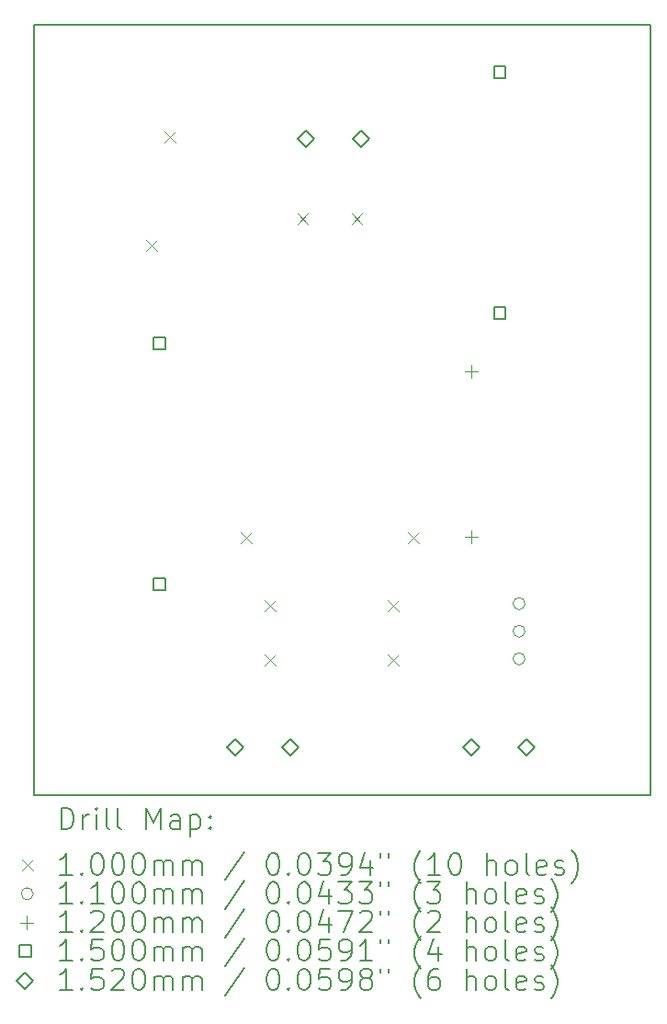
<source format=gbr>
%FSLAX45Y45*%
G04 Gerber Fmt 4.5, Leading zero omitted, Abs format (unit mm)*
G04 Created by KiCad (PCBNEW 6.0.5-a6ca702e91~116~ubuntu20.04.1) date 2022-05-18 21:19:01*
%MOMM*%
%LPD*%
G01*
G04 APERTURE LIST*
%TA.AperFunction,Profile*%
%ADD10C,0.150000*%
%TD*%
%ADD11C,0.200000*%
%ADD12C,0.100000*%
%ADD13C,0.110000*%
%ADD14C,0.120000*%
%ADD15C,0.150000*%
%ADD16C,0.152000*%
G04 APERTURE END LIST*
D10*
X9320000Y-14041000D02*
X9320000Y-6950000D01*
X15000000Y-14041000D02*
X9320000Y-14041000D01*
X9320000Y-6950000D02*
X15000000Y-6950000D01*
X15000000Y-6950000D02*
X15000000Y-14041000D01*
D11*
D12*
X10355000Y-8933000D02*
X10455000Y-9033000D01*
X10455000Y-8933000D02*
X10355000Y-9033000D01*
X10525000Y-7933000D02*
X10625000Y-8033000D01*
X10625000Y-7933000D02*
X10525000Y-8033000D01*
X11225500Y-11625500D02*
X11325500Y-11725500D01*
X11325500Y-11625500D02*
X11225500Y-11725500D01*
X11448000Y-12248000D02*
X11548000Y-12348000D01*
X11548000Y-12248000D02*
X11448000Y-12348000D01*
X11448000Y-12748000D02*
X11548000Y-12848000D01*
X11548000Y-12748000D02*
X11448000Y-12848000D01*
X11745500Y-8685500D02*
X11845500Y-8785500D01*
X11845500Y-8685500D02*
X11745500Y-8785500D01*
X12245500Y-8685500D02*
X12345500Y-8785500D01*
X12345500Y-8685500D02*
X12245500Y-8785500D01*
X12580000Y-12248000D02*
X12680000Y-12348000D01*
X12680000Y-12248000D02*
X12580000Y-12348000D01*
X12580000Y-12748000D02*
X12680000Y-12848000D01*
X12680000Y-12748000D02*
X12580000Y-12848000D01*
X12765500Y-11625500D02*
X12865500Y-11725500D01*
X12865500Y-11625500D02*
X12765500Y-11725500D01*
D13*
X13845000Y-12280000D02*
G75*
G03*
X13845000Y-12280000I-55000J0D01*
G01*
X13845000Y-12534000D02*
G75*
G03*
X13845000Y-12534000I-55000J0D01*
G01*
X13845000Y-12788000D02*
G75*
G03*
X13845000Y-12788000I-55000J0D01*
G01*
D14*
X13350000Y-10078000D02*
X13350000Y-10198000D01*
X13290000Y-10138000D02*
X13410000Y-10138000D01*
X13350000Y-11602000D02*
X13350000Y-11722000D01*
X13290000Y-11662000D02*
X13410000Y-11662000D01*
D15*
X10530034Y-9934894D02*
X10530034Y-9828827D01*
X10423967Y-9828827D01*
X10423967Y-9934894D01*
X10530034Y-9934894D01*
X10530034Y-12154853D02*
X10530034Y-12048786D01*
X10423967Y-12048786D01*
X10423967Y-12154853D01*
X10530034Y-12154853D01*
X13667033Y-7437213D02*
X13667033Y-7331146D01*
X13560966Y-7331146D01*
X13560966Y-7437213D01*
X13667033Y-7437213D01*
X13667033Y-9657174D02*
X13667033Y-9551107D01*
X13560966Y-9551107D01*
X13560966Y-9657174D01*
X13667033Y-9657174D01*
D16*
X11176000Y-13676000D02*
X11252000Y-13600000D01*
X11176000Y-13524000D01*
X11100000Y-13600000D01*
X11176000Y-13676000D01*
X11684000Y-13676000D02*
X11760000Y-13600000D01*
X11684000Y-13524000D01*
X11608000Y-13600000D01*
X11684000Y-13676000D01*
X11823000Y-8073000D02*
X11899000Y-7997000D01*
X11823000Y-7921000D01*
X11747000Y-7997000D01*
X11823000Y-8073000D01*
X12331000Y-8073000D02*
X12407000Y-7997000D01*
X12331000Y-7921000D01*
X12255000Y-7997000D01*
X12331000Y-8073000D01*
X13352000Y-13676000D02*
X13428000Y-13600000D01*
X13352000Y-13524000D01*
X13276000Y-13600000D01*
X13352000Y-13676000D01*
X13860000Y-13676000D02*
X13936000Y-13600000D01*
X13860000Y-13524000D01*
X13784000Y-13600000D01*
X13860000Y-13676000D01*
D11*
X9570119Y-14358976D02*
X9570119Y-14158976D01*
X9617738Y-14158976D01*
X9646310Y-14168500D01*
X9665357Y-14187548D01*
X9674881Y-14206595D01*
X9684405Y-14244690D01*
X9684405Y-14273262D01*
X9674881Y-14311357D01*
X9665357Y-14330405D01*
X9646310Y-14349452D01*
X9617738Y-14358976D01*
X9570119Y-14358976D01*
X9770119Y-14358976D02*
X9770119Y-14225643D01*
X9770119Y-14263738D02*
X9779643Y-14244690D01*
X9789167Y-14235167D01*
X9808214Y-14225643D01*
X9827262Y-14225643D01*
X9893929Y-14358976D02*
X9893929Y-14225643D01*
X9893929Y-14158976D02*
X9884405Y-14168500D01*
X9893929Y-14178024D01*
X9903452Y-14168500D01*
X9893929Y-14158976D01*
X9893929Y-14178024D01*
X10017738Y-14358976D02*
X9998690Y-14349452D01*
X9989167Y-14330405D01*
X9989167Y-14158976D01*
X10122500Y-14358976D02*
X10103452Y-14349452D01*
X10093929Y-14330405D01*
X10093929Y-14158976D01*
X10351071Y-14358976D02*
X10351071Y-14158976D01*
X10417738Y-14301833D01*
X10484405Y-14158976D01*
X10484405Y-14358976D01*
X10665357Y-14358976D02*
X10665357Y-14254214D01*
X10655833Y-14235167D01*
X10636786Y-14225643D01*
X10598690Y-14225643D01*
X10579643Y-14235167D01*
X10665357Y-14349452D02*
X10646310Y-14358976D01*
X10598690Y-14358976D01*
X10579643Y-14349452D01*
X10570119Y-14330405D01*
X10570119Y-14311357D01*
X10579643Y-14292309D01*
X10598690Y-14282786D01*
X10646310Y-14282786D01*
X10665357Y-14273262D01*
X10760595Y-14225643D02*
X10760595Y-14425643D01*
X10760595Y-14235167D02*
X10779643Y-14225643D01*
X10817738Y-14225643D01*
X10836786Y-14235167D01*
X10846310Y-14244690D01*
X10855833Y-14263738D01*
X10855833Y-14320881D01*
X10846310Y-14339928D01*
X10836786Y-14349452D01*
X10817738Y-14358976D01*
X10779643Y-14358976D01*
X10760595Y-14349452D01*
X10941548Y-14339928D02*
X10951071Y-14349452D01*
X10941548Y-14358976D01*
X10932024Y-14349452D01*
X10941548Y-14339928D01*
X10941548Y-14358976D01*
X10941548Y-14235167D02*
X10951071Y-14244690D01*
X10941548Y-14254214D01*
X10932024Y-14244690D01*
X10941548Y-14235167D01*
X10941548Y-14254214D01*
D12*
X9212500Y-14638500D02*
X9312500Y-14738500D01*
X9312500Y-14638500D02*
X9212500Y-14738500D01*
D11*
X9674881Y-14778976D02*
X9560595Y-14778976D01*
X9617738Y-14778976D02*
X9617738Y-14578976D01*
X9598690Y-14607548D01*
X9579643Y-14626595D01*
X9560595Y-14636119D01*
X9760595Y-14759928D02*
X9770119Y-14769452D01*
X9760595Y-14778976D01*
X9751071Y-14769452D01*
X9760595Y-14759928D01*
X9760595Y-14778976D01*
X9893929Y-14578976D02*
X9912976Y-14578976D01*
X9932024Y-14588500D01*
X9941548Y-14598024D01*
X9951071Y-14617071D01*
X9960595Y-14655167D01*
X9960595Y-14702786D01*
X9951071Y-14740881D01*
X9941548Y-14759928D01*
X9932024Y-14769452D01*
X9912976Y-14778976D01*
X9893929Y-14778976D01*
X9874881Y-14769452D01*
X9865357Y-14759928D01*
X9855833Y-14740881D01*
X9846310Y-14702786D01*
X9846310Y-14655167D01*
X9855833Y-14617071D01*
X9865357Y-14598024D01*
X9874881Y-14588500D01*
X9893929Y-14578976D01*
X10084405Y-14578976D02*
X10103452Y-14578976D01*
X10122500Y-14588500D01*
X10132024Y-14598024D01*
X10141548Y-14617071D01*
X10151071Y-14655167D01*
X10151071Y-14702786D01*
X10141548Y-14740881D01*
X10132024Y-14759928D01*
X10122500Y-14769452D01*
X10103452Y-14778976D01*
X10084405Y-14778976D01*
X10065357Y-14769452D01*
X10055833Y-14759928D01*
X10046310Y-14740881D01*
X10036786Y-14702786D01*
X10036786Y-14655167D01*
X10046310Y-14617071D01*
X10055833Y-14598024D01*
X10065357Y-14588500D01*
X10084405Y-14578976D01*
X10274881Y-14578976D02*
X10293929Y-14578976D01*
X10312976Y-14588500D01*
X10322500Y-14598024D01*
X10332024Y-14617071D01*
X10341548Y-14655167D01*
X10341548Y-14702786D01*
X10332024Y-14740881D01*
X10322500Y-14759928D01*
X10312976Y-14769452D01*
X10293929Y-14778976D01*
X10274881Y-14778976D01*
X10255833Y-14769452D01*
X10246310Y-14759928D01*
X10236786Y-14740881D01*
X10227262Y-14702786D01*
X10227262Y-14655167D01*
X10236786Y-14617071D01*
X10246310Y-14598024D01*
X10255833Y-14588500D01*
X10274881Y-14578976D01*
X10427262Y-14778976D02*
X10427262Y-14645643D01*
X10427262Y-14664690D02*
X10436786Y-14655167D01*
X10455833Y-14645643D01*
X10484405Y-14645643D01*
X10503452Y-14655167D01*
X10512976Y-14674214D01*
X10512976Y-14778976D01*
X10512976Y-14674214D02*
X10522500Y-14655167D01*
X10541548Y-14645643D01*
X10570119Y-14645643D01*
X10589167Y-14655167D01*
X10598690Y-14674214D01*
X10598690Y-14778976D01*
X10693929Y-14778976D02*
X10693929Y-14645643D01*
X10693929Y-14664690D02*
X10703452Y-14655167D01*
X10722500Y-14645643D01*
X10751071Y-14645643D01*
X10770119Y-14655167D01*
X10779643Y-14674214D01*
X10779643Y-14778976D01*
X10779643Y-14674214D02*
X10789167Y-14655167D01*
X10808214Y-14645643D01*
X10836786Y-14645643D01*
X10855833Y-14655167D01*
X10865357Y-14674214D01*
X10865357Y-14778976D01*
X11255833Y-14569452D02*
X11084405Y-14826595D01*
X11512976Y-14578976D02*
X11532024Y-14578976D01*
X11551071Y-14588500D01*
X11560595Y-14598024D01*
X11570119Y-14617071D01*
X11579643Y-14655167D01*
X11579643Y-14702786D01*
X11570119Y-14740881D01*
X11560595Y-14759928D01*
X11551071Y-14769452D01*
X11532024Y-14778976D01*
X11512976Y-14778976D01*
X11493928Y-14769452D01*
X11484405Y-14759928D01*
X11474881Y-14740881D01*
X11465357Y-14702786D01*
X11465357Y-14655167D01*
X11474881Y-14617071D01*
X11484405Y-14598024D01*
X11493928Y-14588500D01*
X11512976Y-14578976D01*
X11665357Y-14759928D02*
X11674881Y-14769452D01*
X11665357Y-14778976D01*
X11655833Y-14769452D01*
X11665357Y-14759928D01*
X11665357Y-14778976D01*
X11798690Y-14578976D02*
X11817738Y-14578976D01*
X11836786Y-14588500D01*
X11846309Y-14598024D01*
X11855833Y-14617071D01*
X11865357Y-14655167D01*
X11865357Y-14702786D01*
X11855833Y-14740881D01*
X11846309Y-14759928D01*
X11836786Y-14769452D01*
X11817738Y-14778976D01*
X11798690Y-14778976D01*
X11779643Y-14769452D01*
X11770119Y-14759928D01*
X11760595Y-14740881D01*
X11751071Y-14702786D01*
X11751071Y-14655167D01*
X11760595Y-14617071D01*
X11770119Y-14598024D01*
X11779643Y-14588500D01*
X11798690Y-14578976D01*
X11932024Y-14578976D02*
X12055833Y-14578976D01*
X11989167Y-14655167D01*
X12017738Y-14655167D01*
X12036786Y-14664690D01*
X12046309Y-14674214D01*
X12055833Y-14693262D01*
X12055833Y-14740881D01*
X12046309Y-14759928D01*
X12036786Y-14769452D01*
X12017738Y-14778976D01*
X11960595Y-14778976D01*
X11941548Y-14769452D01*
X11932024Y-14759928D01*
X12151071Y-14778976D02*
X12189167Y-14778976D01*
X12208214Y-14769452D01*
X12217738Y-14759928D01*
X12236786Y-14731357D01*
X12246309Y-14693262D01*
X12246309Y-14617071D01*
X12236786Y-14598024D01*
X12227262Y-14588500D01*
X12208214Y-14578976D01*
X12170119Y-14578976D01*
X12151071Y-14588500D01*
X12141548Y-14598024D01*
X12132024Y-14617071D01*
X12132024Y-14664690D01*
X12141548Y-14683738D01*
X12151071Y-14693262D01*
X12170119Y-14702786D01*
X12208214Y-14702786D01*
X12227262Y-14693262D01*
X12236786Y-14683738D01*
X12246309Y-14664690D01*
X12417738Y-14645643D02*
X12417738Y-14778976D01*
X12370119Y-14569452D02*
X12322500Y-14712309D01*
X12446309Y-14712309D01*
X12512976Y-14578976D02*
X12512976Y-14617071D01*
X12589167Y-14578976D02*
X12589167Y-14617071D01*
X12884405Y-14855167D02*
X12874881Y-14845643D01*
X12855833Y-14817071D01*
X12846309Y-14798024D01*
X12836786Y-14769452D01*
X12827262Y-14721833D01*
X12827262Y-14683738D01*
X12836786Y-14636119D01*
X12846309Y-14607548D01*
X12855833Y-14588500D01*
X12874881Y-14559928D01*
X12884405Y-14550405D01*
X13065357Y-14778976D02*
X12951071Y-14778976D01*
X13008214Y-14778976D02*
X13008214Y-14578976D01*
X12989167Y-14607548D01*
X12970119Y-14626595D01*
X12951071Y-14636119D01*
X13189167Y-14578976D02*
X13208214Y-14578976D01*
X13227262Y-14588500D01*
X13236786Y-14598024D01*
X13246309Y-14617071D01*
X13255833Y-14655167D01*
X13255833Y-14702786D01*
X13246309Y-14740881D01*
X13236786Y-14759928D01*
X13227262Y-14769452D01*
X13208214Y-14778976D01*
X13189167Y-14778976D01*
X13170119Y-14769452D01*
X13160595Y-14759928D01*
X13151071Y-14740881D01*
X13141548Y-14702786D01*
X13141548Y-14655167D01*
X13151071Y-14617071D01*
X13160595Y-14598024D01*
X13170119Y-14588500D01*
X13189167Y-14578976D01*
X13493928Y-14778976D02*
X13493928Y-14578976D01*
X13579643Y-14778976D02*
X13579643Y-14674214D01*
X13570119Y-14655167D01*
X13551071Y-14645643D01*
X13522500Y-14645643D01*
X13503452Y-14655167D01*
X13493928Y-14664690D01*
X13703452Y-14778976D02*
X13684405Y-14769452D01*
X13674881Y-14759928D01*
X13665357Y-14740881D01*
X13665357Y-14683738D01*
X13674881Y-14664690D01*
X13684405Y-14655167D01*
X13703452Y-14645643D01*
X13732024Y-14645643D01*
X13751071Y-14655167D01*
X13760595Y-14664690D01*
X13770119Y-14683738D01*
X13770119Y-14740881D01*
X13760595Y-14759928D01*
X13751071Y-14769452D01*
X13732024Y-14778976D01*
X13703452Y-14778976D01*
X13884405Y-14778976D02*
X13865357Y-14769452D01*
X13855833Y-14750405D01*
X13855833Y-14578976D01*
X14036786Y-14769452D02*
X14017738Y-14778976D01*
X13979643Y-14778976D01*
X13960595Y-14769452D01*
X13951071Y-14750405D01*
X13951071Y-14674214D01*
X13960595Y-14655167D01*
X13979643Y-14645643D01*
X14017738Y-14645643D01*
X14036786Y-14655167D01*
X14046309Y-14674214D01*
X14046309Y-14693262D01*
X13951071Y-14712309D01*
X14122500Y-14769452D02*
X14141548Y-14778976D01*
X14179643Y-14778976D01*
X14198690Y-14769452D01*
X14208214Y-14750405D01*
X14208214Y-14740881D01*
X14198690Y-14721833D01*
X14179643Y-14712309D01*
X14151071Y-14712309D01*
X14132024Y-14702786D01*
X14122500Y-14683738D01*
X14122500Y-14674214D01*
X14132024Y-14655167D01*
X14151071Y-14645643D01*
X14179643Y-14645643D01*
X14198690Y-14655167D01*
X14274881Y-14855167D02*
X14284405Y-14845643D01*
X14303452Y-14817071D01*
X14312976Y-14798024D01*
X14322500Y-14769452D01*
X14332024Y-14721833D01*
X14332024Y-14683738D01*
X14322500Y-14636119D01*
X14312976Y-14607548D01*
X14303452Y-14588500D01*
X14284405Y-14559928D01*
X14274881Y-14550405D01*
D13*
X9312500Y-14952500D02*
G75*
G03*
X9312500Y-14952500I-55000J0D01*
G01*
D11*
X9674881Y-15042976D02*
X9560595Y-15042976D01*
X9617738Y-15042976D02*
X9617738Y-14842976D01*
X9598690Y-14871548D01*
X9579643Y-14890595D01*
X9560595Y-14900119D01*
X9760595Y-15023928D02*
X9770119Y-15033452D01*
X9760595Y-15042976D01*
X9751071Y-15033452D01*
X9760595Y-15023928D01*
X9760595Y-15042976D01*
X9960595Y-15042976D02*
X9846310Y-15042976D01*
X9903452Y-15042976D02*
X9903452Y-14842976D01*
X9884405Y-14871548D01*
X9865357Y-14890595D01*
X9846310Y-14900119D01*
X10084405Y-14842976D02*
X10103452Y-14842976D01*
X10122500Y-14852500D01*
X10132024Y-14862024D01*
X10141548Y-14881071D01*
X10151071Y-14919167D01*
X10151071Y-14966786D01*
X10141548Y-15004881D01*
X10132024Y-15023928D01*
X10122500Y-15033452D01*
X10103452Y-15042976D01*
X10084405Y-15042976D01*
X10065357Y-15033452D01*
X10055833Y-15023928D01*
X10046310Y-15004881D01*
X10036786Y-14966786D01*
X10036786Y-14919167D01*
X10046310Y-14881071D01*
X10055833Y-14862024D01*
X10065357Y-14852500D01*
X10084405Y-14842976D01*
X10274881Y-14842976D02*
X10293929Y-14842976D01*
X10312976Y-14852500D01*
X10322500Y-14862024D01*
X10332024Y-14881071D01*
X10341548Y-14919167D01*
X10341548Y-14966786D01*
X10332024Y-15004881D01*
X10322500Y-15023928D01*
X10312976Y-15033452D01*
X10293929Y-15042976D01*
X10274881Y-15042976D01*
X10255833Y-15033452D01*
X10246310Y-15023928D01*
X10236786Y-15004881D01*
X10227262Y-14966786D01*
X10227262Y-14919167D01*
X10236786Y-14881071D01*
X10246310Y-14862024D01*
X10255833Y-14852500D01*
X10274881Y-14842976D01*
X10427262Y-15042976D02*
X10427262Y-14909643D01*
X10427262Y-14928690D02*
X10436786Y-14919167D01*
X10455833Y-14909643D01*
X10484405Y-14909643D01*
X10503452Y-14919167D01*
X10512976Y-14938214D01*
X10512976Y-15042976D01*
X10512976Y-14938214D02*
X10522500Y-14919167D01*
X10541548Y-14909643D01*
X10570119Y-14909643D01*
X10589167Y-14919167D01*
X10598690Y-14938214D01*
X10598690Y-15042976D01*
X10693929Y-15042976D02*
X10693929Y-14909643D01*
X10693929Y-14928690D02*
X10703452Y-14919167D01*
X10722500Y-14909643D01*
X10751071Y-14909643D01*
X10770119Y-14919167D01*
X10779643Y-14938214D01*
X10779643Y-15042976D01*
X10779643Y-14938214D02*
X10789167Y-14919167D01*
X10808214Y-14909643D01*
X10836786Y-14909643D01*
X10855833Y-14919167D01*
X10865357Y-14938214D01*
X10865357Y-15042976D01*
X11255833Y-14833452D02*
X11084405Y-15090595D01*
X11512976Y-14842976D02*
X11532024Y-14842976D01*
X11551071Y-14852500D01*
X11560595Y-14862024D01*
X11570119Y-14881071D01*
X11579643Y-14919167D01*
X11579643Y-14966786D01*
X11570119Y-15004881D01*
X11560595Y-15023928D01*
X11551071Y-15033452D01*
X11532024Y-15042976D01*
X11512976Y-15042976D01*
X11493928Y-15033452D01*
X11484405Y-15023928D01*
X11474881Y-15004881D01*
X11465357Y-14966786D01*
X11465357Y-14919167D01*
X11474881Y-14881071D01*
X11484405Y-14862024D01*
X11493928Y-14852500D01*
X11512976Y-14842976D01*
X11665357Y-15023928D02*
X11674881Y-15033452D01*
X11665357Y-15042976D01*
X11655833Y-15033452D01*
X11665357Y-15023928D01*
X11665357Y-15042976D01*
X11798690Y-14842976D02*
X11817738Y-14842976D01*
X11836786Y-14852500D01*
X11846309Y-14862024D01*
X11855833Y-14881071D01*
X11865357Y-14919167D01*
X11865357Y-14966786D01*
X11855833Y-15004881D01*
X11846309Y-15023928D01*
X11836786Y-15033452D01*
X11817738Y-15042976D01*
X11798690Y-15042976D01*
X11779643Y-15033452D01*
X11770119Y-15023928D01*
X11760595Y-15004881D01*
X11751071Y-14966786D01*
X11751071Y-14919167D01*
X11760595Y-14881071D01*
X11770119Y-14862024D01*
X11779643Y-14852500D01*
X11798690Y-14842976D01*
X12036786Y-14909643D02*
X12036786Y-15042976D01*
X11989167Y-14833452D02*
X11941548Y-14976309D01*
X12065357Y-14976309D01*
X12122500Y-14842976D02*
X12246309Y-14842976D01*
X12179643Y-14919167D01*
X12208214Y-14919167D01*
X12227262Y-14928690D01*
X12236786Y-14938214D01*
X12246309Y-14957262D01*
X12246309Y-15004881D01*
X12236786Y-15023928D01*
X12227262Y-15033452D01*
X12208214Y-15042976D01*
X12151071Y-15042976D01*
X12132024Y-15033452D01*
X12122500Y-15023928D01*
X12312976Y-14842976D02*
X12436786Y-14842976D01*
X12370119Y-14919167D01*
X12398690Y-14919167D01*
X12417738Y-14928690D01*
X12427262Y-14938214D01*
X12436786Y-14957262D01*
X12436786Y-15004881D01*
X12427262Y-15023928D01*
X12417738Y-15033452D01*
X12398690Y-15042976D01*
X12341548Y-15042976D01*
X12322500Y-15033452D01*
X12312976Y-15023928D01*
X12512976Y-14842976D02*
X12512976Y-14881071D01*
X12589167Y-14842976D02*
X12589167Y-14881071D01*
X12884405Y-15119167D02*
X12874881Y-15109643D01*
X12855833Y-15081071D01*
X12846309Y-15062024D01*
X12836786Y-15033452D01*
X12827262Y-14985833D01*
X12827262Y-14947738D01*
X12836786Y-14900119D01*
X12846309Y-14871548D01*
X12855833Y-14852500D01*
X12874881Y-14823928D01*
X12884405Y-14814405D01*
X12941548Y-14842976D02*
X13065357Y-14842976D01*
X12998690Y-14919167D01*
X13027262Y-14919167D01*
X13046309Y-14928690D01*
X13055833Y-14938214D01*
X13065357Y-14957262D01*
X13065357Y-15004881D01*
X13055833Y-15023928D01*
X13046309Y-15033452D01*
X13027262Y-15042976D01*
X12970119Y-15042976D01*
X12951071Y-15033452D01*
X12941548Y-15023928D01*
X13303452Y-15042976D02*
X13303452Y-14842976D01*
X13389167Y-15042976D02*
X13389167Y-14938214D01*
X13379643Y-14919167D01*
X13360595Y-14909643D01*
X13332024Y-14909643D01*
X13312976Y-14919167D01*
X13303452Y-14928690D01*
X13512976Y-15042976D02*
X13493928Y-15033452D01*
X13484405Y-15023928D01*
X13474881Y-15004881D01*
X13474881Y-14947738D01*
X13484405Y-14928690D01*
X13493928Y-14919167D01*
X13512976Y-14909643D01*
X13541548Y-14909643D01*
X13560595Y-14919167D01*
X13570119Y-14928690D01*
X13579643Y-14947738D01*
X13579643Y-15004881D01*
X13570119Y-15023928D01*
X13560595Y-15033452D01*
X13541548Y-15042976D01*
X13512976Y-15042976D01*
X13693928Y-15042976D02*
X13674881Y-15033452D01*
X13665357Y-15014405D01*
X13665357Y-14842976D01*
X13846309Y-15033452D02*
X13827262Y-15042976D01*
X13789167Y-15042976D01*
X13770119Y-15033452D01*
X13760595Y-15014405D01*
X13760595Y-14938214D01*
X13770119Y-14919167D01*
X13789167Y-14909643D01*
X13827262Y-14909643D01*
X13846309Y-14919167D01*
X13855833Y-14938214D01*
X13855833Y-14957262D01*
X13760595Y-14976309D01*
X13932024Y-15033452D02*
X13951071Y-15042976D01*
X13989167Y-15042976D01*
X14008214Y-15033452D01*
X14017738Y-15014405D01*
X14017738Y-15004881D01*
X14008214Y-14985833D01*
X13989167Y-14976309D01*
X13960595Y-14976309D01*
X13941548Y-14966786D01*
X13932024Y-14947738D01*
X13932024Y-14938214D01*
X13941548Y-14919167D01*
X13960595Y-14909643D01*
X13989167Y-14909643D01*
X14008214Y-14919167D01*
X14084405Y-15119167D02*
X14093928Y-15109643D01*
X14112976Y-15081071D01*
X14122500Y-15062024D01*
X14132024Y-15033452D01*
X14141548Y-14985833D01*
X14141548Y-14947738D01*
X14132024Y-14900119D01*
X14122500Y-14871548D01*
X14112976Y-14852500D01*
X14093928Y-14823928D01*
X14084405Y-14814405D01*
D14*
X9252500Y-15156500D02*
X9252500Y-15276500D01*
X9192500Y-15216500D02*
X9312500Y-15216500D01*
D11*
X9674881Y-15306976D02*
X9560595Y-15306976D01*
X9617738Y-15306976D02*
X9617738Y-15106976D01*
X9598690Y-15135548D01*
X9579643Y-15154595D01*
X9560595Y-15164119D01*
X9760595Y-15287928D02*
X9770119Y-15297452D01*
X9760595Y-15306976D01*
X9751071Y-15297452D01*
X9760595Y-15287928D01*
X9760595Y-15306976D01*
X9846310Y-15126024D02*
X9855833Y-15116500D01*
X9874881Y-15106976D01*
X9922500Y-15106976D01*
X9941548Y-15116500D01*
X9951071Y-15126024D01*
X9960595Y-15145071D01*
X9960595Y-15164119D01*
X9951071Y-15192690D01*
X9836786Y-15306976D01*
X9960595Y-15306976D01*
X10084405Y-15106976D02*
X10103452Y-15106976D01*
X10122500Y-15116500D01*
X10132024Y-15126024D01*
X10141548Y-15145071D01*
X10151071Y-15183167D01*
X10151071Y-15230786D01*
X10141548Y-15268881D01*
X10132024Y-15287928D01*
X10122500Y-15297452D01*
X10103452Y-15306976D01*
X10084405Y-15306976D01*
X10065357Y-15297452D01*
X10055833Y-15287928D01*
X10046310Y-15268881D01*
X10036786Y-15230786D01*
X10036786Y-15183167D01*
X10046310Y-15145071D01*
X10055833Y-15126024D01*
X10065357Y-15116500D01*
X10084405Y-15106976D01*
X10274881Y-15106976D02*
X10293929Y-15106976D01*
X10312976Y-15116500D01*
X10322500Y-15126024D01*
X10332024Y-15145071D01*
X10341548Y-15183167D01*
X10341548Y-15230786D01*
X10332024Y-15268881D01*
X10322500Y-15287928D01*
X10312976Y-15297452D01*
X10293929Y-15306976D01*
X10274881Y-15306976D01*
X10255833Y-15297452D01*
X10246310Y-15287928D01*
X10236786Y-15268881D01*
X10227262Y-15230786D01*
X10227262Y-15183167D01*
X10236786Y-15145071D01*
X10246310Y-15126024D01*
X10255833Y-15116500D01*
X10274881Y-15106976D01*
X10427262Y-15306976D02*
X10427262Y-15173643D01*
X10427262Y-15192690D02*
X10436786Y-15183167D01*
X10455833Y-15173643D01*
X10484405Y-15173643D01*
X10503452Y-15183167D01*
X10512976Y-15202214D01*
X10512976Y-15306976D01*
X10512976Y-15202214D02*
X10522500Y-15183167D01*
X10541548Y-15173643D01*
X10570119Y-15173643D01*
X10589167Y-15183167D01*
X10598690Y-15202214D01*
X10598690Y-15306976D01*
X10693929Y-15306976D02*
X10693929Y-15173643D01*
X10693929Y-15192690D02*
X10703452Y-15183167D01*
X10722500Y-15173643D01*
X10751071Y-15173643D01*
X10770119Y-15183167D01*
X10779643Y-15202214D01*
X10779643Y-15306976D01*
X10779643Y-15202214D02*
X10789167Y-15183167D01*
X10808214Y-15173643D01*
X10836786Y-15173643D01*
X10855833Y-15183167D01*
X10865357Y-15202214D01*
X10865357Y-15306976D01*
X11255833Y-15097452D02*
X11084405Y-15354595D01*
X11512976Y-15106976D02*
X11532024Y-15106976D01*
X11551071Y-15116500D01*
X11560595Y-15126024D01*
X11570119Y-15145071D01*
X11579643Y-15183167D01*
X11579643Y-15230786D01*
X11570119Y-15268881D01*
X11560595Y-15287928D01*
X11551071Y-15297452D01*
X11532024Y-15306976D01*
X11512976Y-15306976D01*
X11493928Y-15297452D01*
X11484405Y-15287928D01*
X11474881Y-15268881D01*
X11465357Y-15230786D01*
X11465357Y-15183167D01*
X11474881Y-15145071D01*
X11484405Y-15126024D01*
X11493928Y-15116500D01*
X11512976Y-15106976D01*
X11665357Y-15287928D02*
X11674881Y-15297452D01*
X11665357Y-15306976D01*
X11655833Y-15297452D01*
X11665357Y-15287928D01*
X11665357Y-15306976D01*
X11798690Y-15106976D02*
X11817738Y-15106976D01*
X11836786Y-15116500D01*
X11846309Y-15126024D01*
X11855833Y-15145071D01*
X11865357Y-15183167D01*
X11865357Y-15230786D01*
X11855833Y-15268881D01*
X11846309Y-15287928D01*
X11836786Y-15297452D01*
X11817738Y-15306976D01*
X11798690Y-15306976D01*
X11779643Y-15297452D01*
X11770119Y-15287928D01*
X11760595Y-15268881D01*
X11751071Y-15230786D01*
X11751071Y-15183167D01*
X11760595Y-15145071D01*
X11770119Y-15126024D01*
X11779643Y-15116500D01*
X11798690Y-15106976D01*
X12036786Y-15173643D02*
X12036786Y-15306976D01*
X11989167Y-15097452D02*
X11941548Y-15240309D01*
X12065357Y-15240309D01*
X12122500Y-15106976D02*
X12255833Y-15106976D01*
X12170119Y-15306976D01*
X12322500Y-15126024D02*
X12332024Y-15116500D01*
X12351071Y-15106976D01*
X12398690Y-15106976D01*
X12417738Y-15116500D01*
X12427262Y-15126024D01*
X12436786Y-15145071D01*
X12436786Y-15164119D01*
X12427262Y-15192690D01*
X12312976Y-15306976D01*
X12436786Y-15306976D01*
X12512976Y-15106976D02*
X12512976Y-15145071D01*
X12589167Y-15106976D02*
X12589167Y-15145071D01*
X12884405Y-15383167D02*
X12874881Y-15373643D01*
X12855833Y-15345071D01*
X12846309Y-15326024D01*
X12836786Y-15297452D01*
X12827262Y-15249833D01*
X12827262Y-15211738D01*
X12836786Y-15164119D01*
X12846309Y-15135548D01*
X12855833Y-15116500D01*
X12874881Y-15087928D01*
X12884405Y-15078405D01*
X12951071Y-15126024D02*
X12960595Y-15116500D01*
X12979643Y-15106976D01*
X13027262Y-15106976D01*
X13046309Y-15116500D01*
X13055833Y-15126024D01*
X13065357Y-15145071D01*
X13065357Y-15164119D01*
X13055833Y-15192690D01*
X12941548Y-15306976D01*
X13065357Y-15306976D01*
X13303452Y-15306976D02*
X13303452Y-15106976D01*
X13389167Y-15306976D02*
X13389167Y-15202214D01*
X13379643Y-15183167D01*
X13360595Y-15173643D01*
X13332024Y-15173643D01*
X13312976Y-15183167D01*
X13303452Y-15192690D01*
X13512976Y-15306976D02*
X13493928Y-15297452D01*
X13484405Y-15287928D01*
X13474881Y-15268881D01*
X13474881Y-15211738D01*
X13484405Y-15192690D01*
X13493928Y-15183167D01*
X13512976Y-15173643D01*
X13541548Y-15173643D01*
X13560595Y-15183167D01*
X13570119Y-15192690D01*
X13579643Y-15211738D01*
X13579643Y-15268881D01*
X13570119Y-15287928D01*
X13560595Y-15297452D01*
X13541548Y-15306976D01*
X13512976Y-15306976D01*
X13693928Y-15306976D02*
X13674881Y-15297452D01*
X13665357Y-15278405D01*
X13665357Y-15106976D01*
X13846309Y-15297452D02*
X13827262Y-15306976D01*
X13789167Y-15306976D01*
X13770119Y-15297452D01*
X13760595Y-15278405D01*
X13760595Y-15202214D01*
X13770119Y-15183167D01*
X13789167Y-15173643D01*
X13827262Y-15173643D01*
X13846309Y-15183167D01*
X13855833Y-15202214D01*
X13855833Y-15221262D01*
X13760595Y-15240309D01*
X13932024Y-15297452D02*
X13951071Y-15306976D01*
X13989167Y-15306976D01*
X14008214Y-15297452D01*
X14017738Y-15278405D01*
X14017738Y-15268881D01*
X14008214Y-15249833D01*
X13989167Y-15240309D01*
X13960595Y-15240309D01*
X13941548Y-15230786D01*
X13932024Y-15211738D01*
X13932024Y-15202214D01*
X13941548Y-15183167D01*
X13960595Y-15173643D01*
X13989167Y-15173643D01*
X14008214Y-15183167D01*
X14084405Y-15383167D02*
X14093928Y-15373643D01*
X14112976Y-15345071D01*
X14122500Y-15326024D01*
X14132024Y-15297452D01*
X14141548Y-15249833D01*
X14141548Y-15211738D01*
X14132024Y-15164119D01*
X14122500Y-15135548D01*
X14112976Y-15116500D01*
X14093928Y-15087928D01*
X14084405Y-15078405D01*
D15*
X9290534Y-15533533D02*
X9290534Y-15427466D01*
X9184467Y-15427466D01*
X9184467Y-15533533D01*
X9290534Y-15533533D01*
D11*
X9674881Y-15570976D02*
X9560595Y-15570976D01*
X9617738Y-15570976D02*
X9617738Y-15370976D01*
X9598690Y-15399548D01*
X9579643Y-15418595D01*
X9560595Y-15428119D01*
X9760595Y-15551928D02*
X9770119Y-15561452D01*
X9760595Y-15570976D01*
X9751071Y-15561452D01*
X9760595Y-15551928D01*
X9760595Y-15570976D01*
X9951071Y-15370976D02*
X9855833Y-15370976D01*
X9846310Y-15466214D01*
X9855833Y-15456690D01*
X9874881Y-15447167D01*
X9922500Y-15447167D01*
X9941548Y-15456690D01*
X9951071Y-15466214D01*
X9960595Y-15485262D01*
X9960595Y-15532881D01*
X9951071Y-15551928D01*
X9941548Y-15561452D01*
X9922500Y-15570976D01*
X9874881Y-15570976D01*
X9855833Y-15561452D01*
X9846310Y-15551928D01*
X10084405Y-15370976D02*
X10103452Y-15370976D01*
X10122500Y-15380500D01*
X10132024Y-15390024D01*
X10141548Y-15409071D01*
X10151071Y-15447167D01*
X10151071Y-15494786D01*
X10141548Y-15532881D01*
X10132024Y-15551928D01*
X10122500Y-15561452D01*
X10103452Y-15570976D01*
X10084405Y-15570976D01*
X10065357Y-15561452D01*
X10055833Y-15551928D01*
X10046310Y-15532881D01*
X10036786Y-15494786D01*
X10036786Y-15447167D01*
X10046310Y-15409071D01*
X10055833Y-15390024D01*
X10065357Y-15380500D01*
X10084405Y-15370976D01*
X10274881Y-15370976D02*
X10293929Y-15370976D01*
X10312976Y-15380500D01*
X10322500Y-15390024D01*
X10332024Y-15409071D01*
X10341548Y-15447167D01*
X10341548Y-15494786D01*
X10332024Y-15532881D01*
X10322500Y-15551928D01*
X10312976Y-15561452D01*
X10293929Y-15570976D01*
X10274881Y-15570976D01*
X10255833Y-15561452D01*
X10246310Y-15551928D01*
X10236786Y-15532881D01*
X10227262Y-15494786D01*
X10227262Y-15447167D01*
X10236786Y-15409071D01*
X10246310Y-15390024D01*
X10255833Y-15380500D01*
X10274881Y-15370976D01*
X10427262Y-15570976D02*
X10427262Y-15437643D01*
X10427262Y-15456690D02*
X10436786Y-15447167D01*
X10455833Y-15437643D01*
X10484405Y-15437643D01*
X10503452Y-15447167D01*
X10512976Y-15466214D01*
X10512976Y-15570976D01*
X10512976Y-15466214D02*
X10522500Y-15447167D01*
X10541548Y-15437643D01*
X10570119Y-15437643D01*
X10589167Y-15447167D01*
X10598690Y-15466214D01*
X10598690Y-15570976D01*
X10693929Y-15570976D02*
X10693929Y-15437643D01*
X10693929Y-15456690D02*
X10703452Y-15447167D01*
X10722500Y-15437643D01*
X10751071Y-15437643D01*
X10770119Y-15447167D01*
X10779643Y-15466214D01*
X10779643Y-15570976D01*
X10779643Y-15466214D02*
X10789167Y-15447167D01*
X10808214Y-15437643D01*
X10836786Y-15437643D01*
X10855833Y-15447167D01*
X10865357Y-15466214D01*
X10865357Y-15570976D01*
X11255833Y-15361452D02*
X11084405Y-15618595D01*
X11512976Y-15370976D02*
X11532024Y-15370976D01*
X11551071Y-15380500D01*
X11560595Y-15390024D01*
X11570119Y-15409071D01*
X11579643Y-15447167D01*
X11579643Y-15494786D01*
X11570119Y-15532881D01*
X11560595Y-15551928D01*
X11551071Y-15561452D01*
X11532024Y-15570976D01*
X11512976Y-15570976D01*
X11493928Y-15561452D01*
X11484405Y-15551928D01*
X11474881Y-15532881D01*
X11465357Y-15494786D01*
X11465357Y-15447167D01*
X11474881Y-15409071D01*
X11484405Y-15390024D01*
X11493928Y-15380500D01*
X11512976Y-15370976D01*
X11665357Y-15551928D02*
X11674881Y-15561452D01*
X11665357Y-15570976D01*
X11655833Y-15561452D01*
X11665357Y-15551928D01*
X11665357Y-15570976D01*
X11798690Y-15370976D02*
X11817738Y-15370976D01*
X11836786Y-15380500D01*
X11846309Y-15390024D01*
X11855833Y-15409071D01*
X11865357Y-15447167D01*
X11865357Y-15494786D01*
X11855833Y-15532881D01*
X11846309Y-15551928D01*
X11836786Y-15561452D01*
X11817738Y-15570976D01*
X11798690Y-15570976D01*
X11779643Y-15561452D01*
X11770119Y-15551928D01*
X11760595Y-15532881D01*
X11751071Y-15494786D01*
X11751071Y-15447167D01*
X11760595Y-15409071D01*
X11770119Y-15390024D01*
X11779643Y-15380500D01*
X11798690Y-15370976D01*
X12046309Y-15370976D02*
X11951071Y-15370976D01*
X11941548Y-15466214D01*
X11951071Y-15456690D01*
X11970119Y-15447167D01*
X12017738Y-15447167D01*
X12036786Y-15456690D01*
X12046309Y-15466214D01*
X12055833Y-15485262D01*
X12055833Y-15532881D01*
X12046309Y-15551928D01*
X12036786Y-15561452D01*
X12017738Y-15570976D01*
X11970119Y-15570976D01*
X11951071Y-15561452D01*
X11941548Y-15551928D01*
X12151071Y-15570976D02*
X12189167Y-15570976D01*
X12208214Y-15561452D01*
X12217738Y-15551928D01*
X12236786Y-15523357D01*
X12246309Y-15485262D01*
X12246309Y-15409071D01*
X12236786Y-15390024D01*
X12227262Y-15380500D01*
X12208214Y-15370976D01*
X12170119Y-15370976D01*
X12151071Y-15380500D01*
X12141548Y-15390024D01*
X12132024Y-15409071D01*
X12132024Y-15456690D01*
X12141548Y-15475738D01*
X12151071Y-15485262D01*
X12170119Y-15494786D01*
X12208214Y-15494786D01*
X12227262Y-15485262D01*
X12236786Y-15475738D01*
X12246309Y-15456690D01*
X12436786Y-15570976D02*
X12322500Y-15570976D01*
X12379643Y-15570976D02*
X12379643Y-15370976D01*
X12360595Y-15399548D01*
X12341548Y-15418595D01*
X12322500Y-15428119D01*
X12512976Y-15370976D02*
X12512976Y-15409071D01*
X12589167Y-15370976D02*
X12589167Y-15409071D01*
X12884405Y-15647167D02*
X12874881Y-15637643D01*
X12855833Y-15609071D01*
X12846309Y-15590024D01*
X12836786Y-15561452D01*
X12827262Y-15513833D01*
X12827262Y-15475738D01*
X12836786Y-15428119D01*
X12846309Y-15399548D01*
X12855833Y-15380500D01*
X12874881Y-15351928D01*
X12884405Y-15342405D01*
X13046309Y-15437643D02*
X13046309Y-15570976D01*
X12998690Y-15361452D02*
X12951071Y-15504309D01*
X13074881Y-15504309D01*
X13303452Y-15570976D02*
X13303452Y-15370976D01*
X13389167Y-15570976D02*
X13389167Y-15466214D01*
X13379643Y-15447167D01*
X13360595Y-15437643D01*
X13332024Y-15437643D01*
X13312976Y-15447167D01*
X13303452Y-15456690D01*
X13512976Y-15570976D02*
X13493928Y-15561452D01*
X13484405Y-15551928D01*
X13474881Y-15532881D01*
X13474881Y-15475738D01*
X13484405Y-15456690D01*
X13493928Y-15447167D01*
X13512976Y-15437643D01*
X13541548Y-15437643D01*
X13560595Y-15447167D01*
X13570119Y-15456690D01*
X13579643Y-15475738D01*
X13579643Y-15532881D01*
X13570119Y-15551928D01*
X13560595Y-15561452D01*
X13541548Y-15570976D01*
X13512976Y-15570976D01*
X13693928Y-15570976D02*
X13674881Y-15561452D01*
X13665357Y-15542405D01*
X13665357Y-15370976D01*
X13846309Y-15561452D02*
X13827262Y-15570976D01*
X13789167Y-15570976D01*
X13770119Y-15561452D01*
X13760595Y-15542405D01*
X13760595Y-15466214D01*
X13770119Y-15447167D01*
X13789167Y-15437643D01*
X13827262Y-15437643D01*
X13846309Y-15447167D01*
X13855833Y-15466214D01*
X13855833Y-15485262D01*
X13760595Y-15504309D01*
X13932024Y-15561452D02*
X13951071Y-15570976D01*
X13989167Y-15570976D01*
X14008214Y-15561452D01*
X14017738Y-15542405D01*
X14017738Y-15532881D01*
X14008214Y-15513833D01*
X13989167Y-15504309D01*
X13960595Y-15504309D01*
X13941548Y-15494786D01*
X13932024Y-15475738D01*
X13932024Y-15466214D01*
X13941548Y-15447167D01*
X13960595Y-15437643D01*
X13989167Y-15437643D01*
X14008214Y-15447167D01*
X14084405Y-15647167D02*
X14093928Y-15637643D01*
X14112976Y-15609071D01*
X14122500Y-15590024D01*
X14132024Y-15561452D01*
X14141548Y-15513833D01*
X14141548Y-15475738D01*
X14132024Y-15428119D01*
X14122500Y-15399548D01*
X14112976Y-15380500D01*
X14093928Y-15351928D01*
X14084405Y-15342405D01*
D16*
X9236500Y-15826500D02*
X9312500Y-15750500D01*
X9236500Y-15674500D01*
X9160500Y-15750500D01*
X9236500Y-15826500D01*
D11*
X9674881Y-15840976D02*
X9560595Y-15840976D01*
X9617738Y-15840976D02*
X9617738Y-15640976D01*
X9598690Y-15669548D01*
X9579643Y-15688595D01*
X9560595Y-15698119D01*
X9760595Y-15821928D02*
X9770119Y-15831452D01*
X9760595Y-15840976D01*
X9751071Y-15831452D01*
X9760595Y-15821928D01*
X9760595Y-15840976D01*
X9951071Y-15640976D02*
X9855833Y-15640976D01*
X9846310Y-15736214D01*
X9855833Y-15726690D01*
X9874881Y-15717167D01*
X9922500Y-15717167D01*
X9941548Y-15726690D01*
X9951071Y-15736214D01*
X9960595Y-15755262D01*
X9960595Y-15802881D01*
X9951071Y-15821928D01*
X9941548Y-15831452D01*
X9922500Y-15840976D01*
X9874881Y-15840976D01*
X9855833Y-15831452D01*
X9846310Y-15821928D01*
X10036786Y-15660024D02*
X10046310Y-15650500D01*
X10065357Y-15640976D01*
X10112976Y-15640976D01*
X10132024Y-15650500D01*
X10141548Y-15660024D01*
X10151071Y-15679071D01*
X10151071Y-15698119D01*
X10141548Y-15726690D01*
X10027262Y-15840976D01*
X10151071Y-15840976D01*
X10274881Y-15640976D02*
X10293929Y-15640976D01*
X10312976Y-15650500D01*
X10322500Y-15660024D01*
X10332024Y-15679071D01*
X10341548Y-15717167D01*
X10341548Y-15764786D01*
X10332024Y-15802881D01*
X10322500Y-15821928D01*
X10312976Y-15831452D01*
X10293929Y-15840976D01*
X10274881Y-15840976D01*
X10255833Y-15831452D01*
X10246310Y-15821928D01*
X10236786Y-15802881D01*
X10227262Y-15764786D01*
X10227262Y-15717167D01*
X10236786Y-15679071D01*
X10246310Y-15660024D01*
X10255833Y-15650500D01*
X10274881Y-15640976D01*
X10427262Y-15840976D02*
X10427262Y-15707643D01*
X10427262Y-15726690D02*
X10436786Y-15717167D01*
X10455833Y-15707643D01*
X10484405Y-15707643D01*
X10503452Y-15717167D01*
X10512976Y-15736214D01*
X10512976Y-15840976D01*
X10512976Y-15736214D02*
X10522500Y-15717167D01*
X10541548Y-15707643D01*
X10570119Y-15707643D01*
X10589167Y-15717167D01*
X10598690Y-15736214D01*
X10598690Y-15840976D01*
X10693929Y-15840976D02*
X10693929Y-15707643D01*
X10693929Y-15726690D02*
X10703452Y-15717167D01*
X10722500Y-15707643D01*
X10751071Y-15707643D01*
X10770119Y-15717167D01*
X10779643Y-15736214D01*
X10779643Y-15840976D01*
X10779643Y-15736214D02*
X10789167Y-15717167D01*
X10808214Y-15707643D01*
X10836786Y-15707643D01*
X10855833Y-15717167D01*
X10865357Y-15736214D01*
X10865357Y-15840976D01*
X11255833Y-15631452D02*
X11084405Y-15888595D01*
X11512976Y-15640976D02*
X11532024Y-15640976D01*
X11551071Y-15650500D01*
X11560595Y-15660024D01*
X11570119Y-15679071D01*
X11579643Y-15717167D01*
X11579643Y-15764786D01*
X11570119Y-15802881D01*
X11560595Y-15821928D01*
X11551071Y-15831452D01*
X11532024Y-15840976D01*
X11512976Y-15840976D01*
X11493928Y-15831452D01*
X11484405Y-15821928D01*
X11474881Y-15802881D01*
X11465357Y-15764786D01*
X11465357Y-15717167D01*
X11474881Y-15679071D01*
X11484405Y-15660024D01*
X11493928Y-15650500D01*
X11512976Y-15640976D01*
X11665357Y-15821928D02*
X11674881Y-15831452D01*
X11665357Y-15840976D01*
X11655833Y-15831452D01*
X11665357Y-15821928D01*
X11665357Y-15840976D01*
X11798690Y-15640976D02*
X11817738Y-15640976D01*
X11836786Y-15650500D01*
X11846309Y-15660024D01*
X11855833Y-15679071D01*
X11865357Y-15717167D01*
X11865357Y-15764786D01*
X11855833Y-15802881D01*
X11846309Y-15821928D01*
X11836786Y-15831452D01*
X11817738Y-15840976D01*
X11798690Y-15840976D01*
X11779643Y-15831452D01*
X11770119Y-15821928D01*
X11760595Y-15802881D01*
X11751071Y-15764786D01*
X11751071Y-15717167D01*
X11760595Y-15679071D01*
X11770119Y-15660024D01*
X11779643Y-15650500D01*
X11798690Y-15640976D01*
X12046309Y-15640976D02*
X11951071Y-15640976D01*
X11941548Y-15736214D01*
X11951071Y-15726690D01*
X11970119Y-15717167D01*
X12017738Y-15717167D01*
X12036786Y-15726690D01*
X12046309Y-15736214D01*
X12055833Y-15755262D01*
X12055833Y-15802881D01*
X12046309Y-15821928D01*
X12036786Y-15831452D01*
X12017738Y-15840976D01*
X11970119Y-15840976D01*
X11951071Y-15831452D01*
X11941548Y-15821928D01*
X12151071Y-15840976D02*
X12189167Y-15840976D01*
X12208214Y-15831452D01*
X12217738Y-15821928D01*
X12236786Y-15793357D01*
X12246309Y-15755262D01*
X12246309Y-15679071D01*
X12236786Y-15660024D01*
X12227262Y-15650500D01*
X12208214Y-15640976D01*
X12170119Y-15640976D01*
X12151071Y-15650500D01*
X12141548Y-15660024D01*
X12132024Y-15679071D01*
X12132024Y-15726690D01*
X12141548Y-15745738D01*
X12151071Y-15755262D01*
X12170119Y-15764786D01*
X12208214Y-15764786D01*
X12227262Y-15755262D01*
X12236786Y-15745738D01*
X12246309Y-15726690D01*
X12360595Y-15726690D02*
X12341548Y-15717167D01*
X12332024Y-15707643D01*
X12322500Y-15688595D01*
X12322500Y-15679071D01*
X12332024Y-15660024D01*
X12341548Y-15650500D01*
X12360595Y-15640976D01*
X12398690Y-15640976D01*
X12417738Y-15650500D01*
X12427262Y-15660024D01*
X12436786Y-15679071D01*
X12436786Y-15688595D01*
X12427262Y-15707643D01*
X12417738Y-15717167D01*
X12398690Y-15726690D01*
X12360595Y-15726690D01*
X12341548Y-15736214D01*
X12332024Y-15745738D01*
X12322500Y-15764786D01*
X12322500Y-15802881D01*
X12332024Y-15821928D01*
X12341548Y-15831452D01*
X12360595Y-15840976D01*
X12398690Y-15840976D01*
X12417738Y-15831452D01*
X12427262Y-15821928D01*
X12436786Y-15802881D01*
X12436786Y-15764786D01*
X12427262Y-15745738D01*
X12417738Y-15736214D01*
X12398690Y-15726690D01*
X12512976Y-15640976D02*
X12512976Y-15679071D01*
X12589167Y-15640976D02*
X12589167Y-15679071D01*
X12884405Y-15917167D02*
X12874881Y-15907643D01*
X12855833Y-15879071D01*
X12846309Y-15860024D01*
X12836786Y-15831452D01*
X12827262Y-15783833D01*
X12827262Y-15745738D01*
X12836786Y-15698119D01*
X12846309Y-15669548D01*
X12855833Y-15650500D01*
X12874881Y-15621928D01*
X12884405Y-15612405D01*
X13046309Y-15640976D02*
X13008214Y-15640976D01*
X12989167Y-15650500D01*
X12979643Y-15660024D01*
X12960595Y-15688595D01*
X12951071Y-15726690D01*
X12951071Y-15802881D01*
X12960595Y-15821928D01*
X12970119Y-15831452D01*
X12989167Y-15840976D01*
X13027262Y-15840976D01*
X13046309Y-15831452D01*
X13055833Y-15821928D01*
X13065357Y-15802881D01*
X13065357Y-15755262D01*
X13055833Y-15736214D01*
X13046309Y-15726690D01*
X13027262Y-15717167D01*
X12989167Y-15717167D01*
X12970119Y-15726690D01*
X12960595Y-15736214D01*
X12951071Y-15755262D01*
X13303452Y-15840976D02*
X13303452Y-15640976D01*
X13389167Y-15840976D02*
X13389167Y-15736214D01*
X13379643Y-15717167D01*
X13360595Y-15707643D01*
X13332024Y-15707643D01*
X13312976Y-15717167D01*
X13303452Y-15726690D01*
X13512976Y-15840976D02*
X13493928Y-15831452D01*
X13484405Y-15821928D01*
X13474881Y-15802881D01*
X13474881Y-15745738D01*
X13484405Y-15726690D01*
X13493928Y-15717167D01*
X13512976Y-15707643D01*
X13541548Y-15707643D01*
X13560595Y-15717167D01*
X13570119Y-15726690D01*
X13579643Y-15745738D01*
X13579643Y-15802881D01*
X13570119Y-15821928D01*
X13560595Y-15831452D01*
X13541548Y-15840976D01*
X13512976Y-15840976D01*
X13693928Y-15840976D02*
X13674881Y-15831452D01*
X13665357Y-15812405D01*
X13665357Y-15640976D01*
X13846309Y-15831452D02*
X13827262Y-15840976D01*
X13789167Y-15840976D01*
X13770119Y-15831452D01*
X13760595Y-15812405D01*
X13760595Y-15736214D01*
X13770119Y-15717167D01*
X13789167Y-15707643D01*
X13827262Y-15707643D01*
X13846309Y-15717167D01*
X13855833Y-15736214D01*
X13855833Y-15755262D01*
X13760595Y-15774309D01*
X13932024Y-15831452D02*
X13951071Y-15840976D01*
X13989167Y-15840976D01*
X14008214Y-15831452D01*
X14017738Y-15812405D01*
X14017738Y-15802881D01*
X14008214Y-15783833D01*
X13989167Y-15774309D01*
X13960595Y-15774309D01*
X13941548Y-15764786D01*
X13932024Y-15745738D01*
X13932024Y-15736214D01*
X13941548Y-15717167D01*
X13960595Y-15707643D01*
X13989167Y-15707643D01*
X14008214Y-15717167D01*
X14084405Y-15917167D02*
X14093928Y-15907643D01*
X14112976Y-15879071D01*
X14122500Y-15860024D01*
X14132024Y-15831452D01*
X14141548Y-15783833D01*
X14141548Y-15745738D01*
X14132024Y-15698119D01*
X14122500Y-15669548D01*
X14112976Y-15650500D01*
X14093928Y-15621928D01*
X14084405Y-15612405D01*
M02*

</source>
